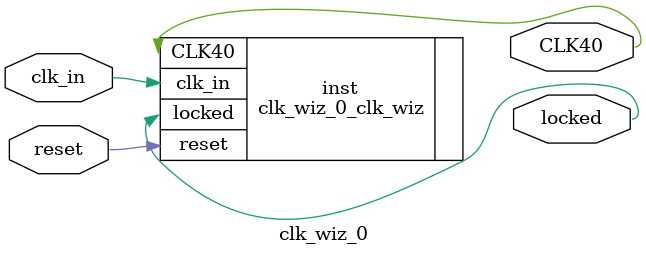
<source format=v>


`timescale 1ps/1ps

(* CORE_GENERATION_INFO = "clk_wiz_0,clk_wiz_v6_0_9_0_0,{component_name=clk_wiz_0,use_phase_alignment=false,use_min_o_jitter=false,use_max_i_jitter=false,use_dyn_phase_shift=false,use_inclk_switchover=false,use_dyn_reconfig=false,enable_axi=0,feedback_source=FDBK_AUTO,PRIMITIVE=MMCM,num_out_clk=1,clkin1_period=3.333,clkin2_period=10.0,use_power_down=false,use_reset=true,use_locked=true,use_inclk_stopped=false,feedback_type=SINGLE,CLOCK_MGR_TYPE=NA,manual_override=false}" *)

module clk_wiz_0 
 (
  // Clock out ports
  output        CLK40,
  // Status and control signals
  input         reset,
  output        locked,
 // Clock in ports
  input         clk_in
 );

  clk_wiz_0_clk_wiz inst
  (
  // Clock out ports  
  .CLK40(CLK40),
  // Status and control signals               
  .reset(reset), 
  .locked(locked),
 // Clock in ports
  .clk_in(clk_in)
  );

endmodule

</source>
